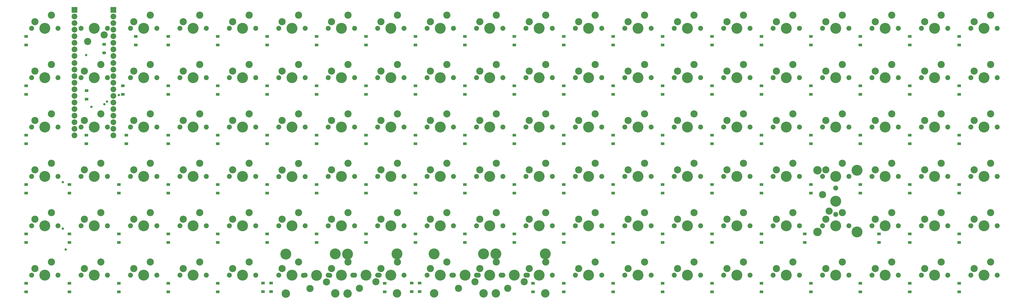
<source format=gbr>
G04 EAGLE Gerber RS-274X export*
G75*
%MOMM*%
%FSLAX34Y34*%
%LPD*%
%INSoldermask Bottom*%
%IPPOS*%
%AMOC8*
5,1,8,0,0,1.08239X$1,22.5*%
G01*
%ADD10C,4.203200*%
%ADD11C,1.903200*%
%ADD12C,2.743200*%
%ADD13R,1.423200X1.113200*%
%ADD14R,2.203200X2.203200*%
%ADD15C,2.203200*%
%ADD16C,3.253200*%
%ADD17C,0.959600*%


D10*
X190500Y1143000D03*
D11*
X139700Y1143000D03*
X241300Y1143000D03*
D12*
X152400Y1168400D03*
X215900Y1193800D03*
D10*
X381000Y1143000D03*
D11*
X431800Y1143000D03*
X330200Y1143000D03*
D12*
X419100Y1117600D03*
X355600Y1092200D03*
D10*
X571500Y1143000D03*
D11*
X520700Y1143000D03*
X622300Y1143000D03*
D12*
X533400Y1168400D03*
X596900Y1193800D03*
D10*
X762000Y1143000D03*
D11*
X711200Y1143000D03*
X812800Y1143000D03*
D12*
X723900Y1168400D03*
X787400Y1193800D03*
D10*
X952500Y1143000D03*
D11*
X901700Y1143000D03*
X1003300Y1143000D03*
D12*
X914400Y1168400D03*
X977900Y1193800D03*
D10*
X1143000Y1143000D03*
D11*
X1092200Y1143000D03*
X1193800Y1143000D03*
D12*
X1104900Y1168400D03*
X1168400Y1193800D03*
D10*
X1333500Y1143000D03*
D11*
X1282700Y1143000D03*
X1384300Y1143000D03*
D12*
X1295400Y1168400D03*
X1358900Y1193800D03*
D10*
X1524000Y1143000D03*
D11*
X1473200Y1143000D03*
X1574800Y1143000D03*
D12*
X1485900Y1168400D03*
X1549400Y1193800D03*
D10*
X1714500Y1143000D03*
D11*
X1663700Y1143000D03*
X1765300Y1143000D03*
D12*
X1676400Y1168400D03*
X1739900Y1193800D03*
D10*
X1905000Y1143000D03*
D11*
X1854200Y1143000D03*
X1955800Y1143000D03*
D12*
X1866900Y1168400D03*
X1930400Y1193800D03*
D10*
X2095500Y1143000D03*
D11*
X2044700Y1143000D03*
X2146300Y1143000D03*
D12*
X2057400Y1168400D03*
X2120900Y1193800D03*
D10*
X2286000Y1143000D03*
D11*
X2235200Y1143000D03*
X2336800Y1143000D03*
D12*
X2247900Y1168400D03*
X2311400Y1193800D03*
D10*
X2476500Y1143000D03*
D11*
X2425700Y1143000D03*
X2527300Y1143000D03*
D12*
X2438400Y1168400D03*
X2501900Y1193800D03*
D10*
X2667000Y1143000D03*
D11*
X2616200Y1143000D03*
X2717800Y1143000D03*
D12*
X2628900Y1168400D03*
X2692400Y1193800D03*
D10*
X2857500Y1143000D03*
D11*
X2806700Y1143000D03*
X2908300Y1143000D03*
D12*
X2819400Y1168400D03*
X2882900Y1193800D03*
D10*
X3048000Y1143000D03*
D11*
X2997200Y1143000D03*
X3098800Y1143000D03*
D12*
X3009900Y1168400D03*
X3073400Y1193800D03*
D10*
X3238500Y1143000D03*
D11*
X3187700Y1143000D03*
X3289300Y1143000D03*
D12*
X3200400Y1168400D03*
X3263900Y1193800D03*
D10*
X3429000Y1143000D03*
D11*
X3378200Y1143000D03*
X3479800Y1143000D03*
D12*
X3390900Y1168400D03*
X3454400Y1193800D03*
D10*
X3619500Y1143000D03*
D11*
X3568700Y1143000D03*
X3670300Y1143000D03*
D12*
X3581400Y1168400D03*
X3644900Y1193800D03*
D10*
X3810000Y1143000D03*
D11*
X3759200Y1143000D03*
X3860800Y1143000D03*
D12*
X3771900Y1168400D03*
X3835400Y1193800D03*
D10*
X190500Y952500D03*
D11*
X139700Y952500D03*
X241300Y952500D03*
D12*
X152400Y977900D03*
X215900Y1003300D03*
D10*
X381000Y952500D03*
D11*
X330200Y952500D03*
X431800Y952500D03*
D12*
X342900Y977900D03*
X406400Y1003300D03*
D10*
X571500Y952500D03*
D11*
X520700Y952500D03*
X622300Y952500D03*
D12*
X533400Y977900D03*
X596900Y1003300D03*
D10*
X762000Y952500D03*
D11*
X711200Y952500D03*
X812800Y952500D03*
D12*
X723900Y977900D03*
X787400Y1003300D03*
D10*
X952500Y952500D03*
D11*
X901700Y952500D03*
X1003300Y952500D03*
D12*
X914400Y977900D03*
X977900Y1003300D03*
D10*
X1143000Y952500D03*
D11*
X1092200Y952500D03*
X1193800Y952500D03*
D12*
X1104900Y977900D03*
X1168400Y1003300D03*
D10*
X1333500Y952500D03*
D11*
X1282700Y952500D03*
X1384300Y952500D03*
D12*
X1295400Y977900D03*
X1358900Y1003300D03*
D10*
X1524000Y952500D03*
D11*
X1473200Y952500D03*
X1574800Y952500D03*
D12*
X1485900Y977900D03*
X1549400Y1003300D03*
D10*
X1714500Y952500D03*
D11*
X1663700Y952500D03*
X1765300Y952500D03*
D12*
X1676400Y977900D03*
X1739900Y1003300D03*
D10*
X1905000Y952500D03*
D11*
X1854200Y952500D03*
X1955800Y952500D03*
D12*
X1866900Y977900D03*
X1930400Y1003300D03*
D10*
X2095500Y952500D03*
D11*
X2044700Y952500D03*
X2146300Y952500D03*
D12*
X2057400Y977900D03*
X2120900Y1003300D03*
D10*
X2286000Y952500D03*
D11*
X2235200Y952500D03*
X2336800Y952500D03*
D12*
X2247900Y977900D03*
X2311400Y1003300D03*
D10*
X2476500Y952500D03*
D11*
X2425700Y952500D03*
X2527300Y952500D03*
D12*
X2438400Y977900D03*
X2501900Y1003300D03*
D10*
X2667000Y952500D03*
D11*
X2616200Y952500D03*
X2717800Y952500D03*
D12*
X2628900Y977900D03*
X2692400Y1003300D03*
D10*
X2857500Y952500D03*
D11*
X2806700Y952500D03*
X2908300Y952500D03*
D12*
X2819400Y977900D03*
X2882900Y1003300D03*
D10*
X3048000Y952500D03*
D11*
X2997200Y952500D03*
X3098800Y952500D03*
D12*
X3009900Y977900D03*
X3073400Y1003300D03*
D10*
X3238500Y952500D03*
D11*
X3187700Y952500D03*
X3289300Y952500D03*
D12*
X3200400Y977900D03*
X3263900Y1003300D03*
D10*
X3429000Y952500D03*
D11*
X3378200Y952500D03*
X3479800Y952500D03*
D12*
X3390900Y977900D03*
X3454400Y1003300D03*
D10*
X3619500Y952500D03*
D11*
X3568700Y952500D03*
X3670300Y952500D03*
D12*
X3581400Y977900D03*
X3644900Y1003300D03*
D10*
X3810000Y952500D03*
D11*
X3759200Y952500D03*
X3860800Y952500D03*
D12*
X3771900Y977900D03*
X3835400Y1003300D03*
D10*
X190500Y762000D03*
D11*
X139700Y762000D03*
X241300Y762000D03*
D12*
X152400Y787400D03*
X215900Y812800D03*
D10*
X381000Y762000D03*
D11*
X330200Y762000D03*
X431800Y762000D03*
D12*
X342900Y787400D03*
X406400Y812800D03*
D10*
X571500Y762000D03*
D11*
X520700Y762000D03*
X622300Y762000D03*
D12*
X533400Y787400D03*
X596900Y812800D03*
D10*
X762000Y762000D03*
D11*
X711200Y762000D03*
X812800Y762000D03*
D12*
X723900Y787400D03*
X787400Y812800D03*
D10*
X952500Y762000D03*
D11*
X901700Y762000D03*
X1003300Y762000D03*
D12*
X914400Y787400D03*
X977900Y812800D03*
D10*
X1143000Y762000D03*
D11*
X1092200Y762000D03*
X1193800Y762000D03*
D12*
X1104900Y787400D03*
X1168400Y812800D03*
D10*
X1333500Y762000D03*
D11*
X1282700Y762000D03*
X1384300Y762000D03*
D12*
X1295400Y787400D03*
X1358900Y812800D03*
D10*
X1524000Y762000D03*
D11*
X1473200Y762000D03*
X1574800Y762000D03*
D12*
X1485900Y787400D03*
X1549400Y812800D03*
D10*
X1714500Y762000D03*
D11*
X1663700Y762000D03*
X1765300Y762000D03*
D12*
X1676400Y787400D03*
X1739900Y812800D03*
D10*
X1905000Y762000D03*
D11*
X1854200Y762000D03*
X1955800Y762000D03*
D12*
X1866900Y787400D03*
X1930400Y812800D03*
D10*
X2095500Y762000D03*
D11*
X2044700Y762000D03*
X2146300Y762000D03*
D12*
X2057400Y787400D03*
X2120900Y812800D03*
D10*
X2286000Y762000D03*
D11*
X2235200Y762000D03*
X2336800Y762000D03*
D12*
X2247900Y787400D03*
X2311400Y812800D03*
D10*
X2476500Y762000D03*
D11*
X2425700Y762000D03*
X2527300Y762000D03*
D12*
X2438400Y787400D03*
X2501900Y812800D03*
D10*
X2667000Y762000D03*
D11*
X2616200Y762000D03*
X2717800Y762000D03*
D12*
X2628900Y787400D03*
X2692400Y812800D03*
D10*
X2857500Y762000D03*
D11*
X2806700Y762000D03*
X2908300Y762000D03*
D12*
X2819400Y787400D03*
X2882900Y812800D03*
D10*
X3048000Y762000D03*
D11*
X2997200Y762000D03*
X3098800Y762000D03*
D12*
X3009900Y787400D03*
X3073400Y812800D03*
D10*
X3238500Y762000D03*
D11*
X3187700Y762000D03*
X3289300Y762000D03*
D12*
X3200400Y787400D03*
X3263900Y812800D03*
D10*
X3429000Y762000D03*
D11*
X3378200Y762000D03*
X3479800Y762000D03*
D12*
X3390900Y787400D03*
X3454400Y812800D03*
D10*
X3619500Y762000D03*
D11*
X3568700Y762000D03*
X3670300Y762000D03*
D12*
X3581400Y787400D03*
X3644900Y812800D03*
D10*
X3810000Y762000D03*
D11*
X3759200Y762000D03*
X3860800Y762000D03*
D12*
X3771900Y787400D03*
X3835400Y812800D03*
D13*
X119063Y1079025D03*
X119063Y1111725D03*
X419498Y1048620D03*
X419498Y1081320D03*
X541250Y1079025D03*
X541250Y1111725D03*
X666750Y1079025D03*
X666750Y1111725D03*
X857250Y1079025D03*
X857250Y1111725D03*
X1047750Y1079025D03*
X1047750Y1111725D03*
X1238250Y1079025D03*
X1238250Y1111725D03*
X1428750Y1079025D03*
X1428750Y1111725D03*
X1619250Y1079025D03*
X1619250Y1111725D03*
X1809750Y1079025D03*
X1809750Y1111725D03*
X2000250Y1079025D03*
X2000250Y1111725D03*
X2190750Y1079025D03*
X2190750Y1111725D03*
X2381250Y1079025D03*
X2381250Y1111725D03*
X2571750Y1079025D03*
X2571750Y1111725D03*
X2762250Y1079025D03*
X2762250Y1111725D03*
X2952750Y1079025D03*
X2952750Y1111725D03*
X3143250Y1079025D03*
X3143250Y1111725D03*
X3333750Y1079025D03*
X3333750Y1111725D03*
X3524250Y1079025D03*
X3524250Y1111725D03*
X3714750Y1079025D03*
X3714750Y1111725D03*
X119063Y888525D03*
X119063Y921225D03*
X351723Y870023D03*
X351723Y902723D03*
X491250Y888525D03*
X491250Y921225D03*
X666750Y888525D03*
X666750Y921225D03*
X857250Y888525D03*
X857250Y921225D03*
X1047750Y888525D03*
X1047750Y921225D03*
X1238250Y888525D03*
X1238250Y921225D03*
X1428750Y888525D03*
X1428750Y921225D03*
X1619250Y888525D03*
X1619250Y921225D03*
X1809750Y888525D03*
X1809750Y921225D03*
X2000250Y888525D03*
X2000250Y921225D03*
X2190750Y888525D03*
X2190750Y921225D03*
X2381250Y888525D03*
X2381250Y921225D03*
X2571750Y888525D03*
X2571750Y921225D03*
X2762250Y888525D03*
X2762250Y921225D03*
X2952750Y888525D03*
X2952750Y921225D03*
X3143250Y888525D03*
X3143250Y921225D03*
X3333750Y888525D03*
X3333750Y921225D03*
X3524250Y888525D03*
X3524250Y921225D03*
X3714750Y888525D03*
X3714750Y921225D03*
X119063Y698025D03*
X119063Y730725D03*
X350750Y698025D03*
X350750Y730725D03*
X504851Y698025D03*
X504851Y730725D03*
X666750Y698025D03*
X666750Y730725D03*
X857250Y698025D03*
X857250Y730725D03*
X1047750Y698025D03*
X1047750Y730725D03*
X1238250Y698025D03*
X1238250Y730725D03*
X1428750Y698025D03*
X1428750Y730725D03*
X1619250Y698025D03*
X1619250Y730725D03*
X1809750Y698025D03*
X1809750Y730725D03*
X2000250Y698025D03*
X2000250Y730725D03*
X2190750Y698025D03*
X2190750Y730725D03*
X2381250Y698025D03*
X2381250Y730725D03*
X2571750Y698025D03*
X2571750Y730725D03*
X2762250Y698025D03*
X2762250Y730725D03*
X2952750Y698025D03*
X2952750Y730725D03*
X3143250Y698025D03*
X3143250Y730725D03*
X3333750Y698025D03*
X3333750Y730725D03*
X3524250Y698025D03*
X3524250Y730725D03*
X3714750Y698025D03*
X3714750Y730725D03*
D14*
X455000Y1213900D03*
D15*
X455000Y1188500D03*
X455000Y1163100D03*
X455000Y1137700D03*
X455000Y1112300D03*
X455000Y1086900D03*
X455000Y1061500D03*
X455000Y1036100D03*
D14*
X305000Y1213900D03*
D15*
X305000Y1188500D03*
X305000Y1163100D03*
X305000Y1137700D03*
X305000Y1112300D03*
X305000Y1086900D03*
X305000Y1061500D03*
X305000Y1036100D03*
X305000Y1009700D03*
X305000Y984300D03*
X305000Y958900D03*
X305000Y933500D03*
X305000Y908100D03*
X305000Y882700D03*
X305000Y857300D03*
X305000Y831900D03*
X305000Y806500D03*
X305000Y781100D03*
X305000Y755700D03*
X305000Y730300D03*
X455000Y1009700D03*
X455000Y984300D03*
X455000Y958900D03*
X455000Y933500D03*
X455000Y908100D03*
X455000Y882700D03*
X455000Y857300D03*
X455000Y831900D03*
X455000Y806500D03*
X455000Y781100D03*
X455000Y755700D03*
X455000Y730300D03*
D10*
X190500Y571500D03*
D11*
X139700Y571500D03*
X241300Y571500D03*
D12*
X152400Y596900D03*
X215900Y622300D03*
D10*
X381000Y571500D03*
D11*
X330200Y571500D03*
X431800Y571500D03*
D12*
X342900Y596900D03*
X406400Y622300D03*
D10*
X571500Y571500D03*
D11*
X520700Y571500D03*
X622300Y571500D03*
D12*
X533400Y596900D03*
X596900Y622300D03*
D10*
X762000Y571500D03*
D11*
X711200Y571500D03*
X812800Y571500D03*
D12*
X723900Y596900D03*
X787400Y622300D03*
D10*
X952500Y571500D03*
D11*
X901700Y571500D03*
X1003300Y571500D03*
D12*
X914400Y596900D03*
X977900Y622300D03*
D10*
X1143000Y571000D03*
D11*
X1092200Y571000D03*
X1193800Y571000D03*
D12*
X1104900Y596400D03*
X1168400Y621800D03*
D10*
X1333500Y571500D03*
D11*
X1282700Y571500D03*
X1384300Y571500D03*
D12*
X1295400Y596900D03*
X1358900Y622300D03*
D10*
X1524000Y571500D03*
D11*
X1473200Y571500D03*
X1574800Y571500D03*
D12*
X1485900Y596900D03*
X1549400Y622300D03*
D10*
X1714500Y571500D03*
D11*
X1663700Y571500D03*
X1765300Y571500D03*
D12*
X1676400Y596900D03*
X1739900Y622300D03*
D10*
X1905000Y571500D03*
D11*
X1854200Y571500D03*
X1955800Y571500D03*
D12*
X1866900Y596900D03*
X1930400Y622300D03*
D10*
X2095500Y571500D03*
D11*
X2044700Y571500D03*
X2146300Y571500D03*
D12*
X2057400Y596900D03*
X2120900Y622300D03*
D10*
X2286000Y571500D03*
D11*
X2235200Y571500D03*
X2336800Y571500D03*
D12*
X2247900Y596900D03*
X2311400Y622300D03*
D10*
X2476500Y571500D03*
D11*
X2425700Y571500D03*
X2527300Y571500D03*
D12*
X2438400Y596900D03*
X2501900Y622300D03*
D10*
X2667000Y571500D03*
D11*
X2616200Y571500D03*
X2717800Y571500D03*
D12*
X2628900Y596900D03*
X2692400Y622300D03*
D10*
X2857500Y571500D03*
D11*
X2806700Y571500D03*
X2908300Y571500D03*
D12*
X2819400Y596900D03*
X2882900Y622300D03*
D10*
X3048000Y571500D03*
D11*
X2997200Y571500D03*
X3098800Y571500D03*
D12*
X3009900Y596900D03*
X3073400Y622300D03*
D10*
X3238500Y571500D03*
D11*
X3187700Y571500D03*
X3289300Y571500D03*
D12*
X3200400Y596900D03*
X3263900Y622300D03*
D10*
X3429000Y571500D03*
D11*
X3378200Y571500D03*
X3479800Y571500D03*
D12*
X3390900Y596900D03*
X3454400Y622300D03*
D10*
X3619500Y571500D03*
D11*
X3568700Y571500D03*
X3670300Y571500D03*
D12*
X3581400Y596900D03*
X3644900Y622300D03*
D10*
X3810000Y571500D03*
D11*
X3759200Y571500D03*
X3860800Y571500D03*
D12*
X3771900Y596900D03*
X3835400Y622300D03*
D13*
X119063Y507525D03*
X119063Y540225D03*
X285750Y507525D03*
X285750Y540225D03*
X476250Y507525D03*
X476250Y540225D03*
X666750Y507525D03*
X666750Y540225D03*
X857250Y507525D03*
X857250Y540225D03*
X1047750Y507525D03*
X1047750Y540225D03*
X1238250Y507525D03*
X1238250Y540225D03*
X1428750Y507525D03*
X1428750Y540225D03*
X1619250Y507525D03*
X1619250Y540225D03*
X1809750Y507525D03*
X1809750Y540225D03*
X2000250Y507525D03*
X2000250Y540225D03*
X2190750Y507525D03*
X2190750Y540225D03*
X2381250Y507525D03*
X2381250Y540225D03*
X2571750Y507525D03*
X2571750Y540225D03*
X2762250Y507525D03*
X2762250Y540225D03*
X2952750Y507525D03*
X2952750Y540225D03*
X3143250Y507525D03*
X3143250Y540225D03*
X3333750Y507525D03*
X3333750Y540225D03*
X3524250Y507525D03*
X3524250Y540225D03*
X3714750Y507525D03*
X3714750Y540225D03*
D10*
X190500Y381000D03*
D11*
X139700Y381000D03*
X241300Y381000D03*
D12*
X152400Y406400D03*
X215900Y431800D03*
D10*
X381000Y381000D03*
D11*
X330200Y381000D03*
X431800Y381000D03*
D12*
X342900Y406400D03*
X406400Y431800D03*
D10*
X571500Y381000D03*
D11*
X520700Y381000D03*
X622300Y381000D03*
D12*
X533400Y406400D03*
X596900Y431800D03*
D10*
X762000Y381000D03*
D11*
X711200Y381000D03*
X812800Y381000D03*
D12*
X723900Y406400D03*
X787400Y431800D03*
D10*
X952500Y381000D03*
D11*
X901700Y381000D03*
X1003300Y381000D03*
D12*
X914400Y406400D03*
X977900Y431800D03*
D10*
X1143000Y381500D03*
D11*
X1092200Y381500D03*
X1193800Y381500D03*
D12*
X1104900Y406900D03*
X1168400Y432300D03*
D10*
X1333500Y381000D03*
D11*
X1282700Y381000D03*
X1384300Y381000D03*
D12*
X1295400Y406400D03*
X1358900Y431800D03*
D10*
X1524000Y381000D03*
D11*
X1473200Y381000D03*
X1574800Y381000D03*
D12*
X1485900Y406400D03*
X1549400Y431800D03*
D10*
X1714500Y381000D03*
D11*
X1663700Y381000D03*
X1765300Y381000D03*
D12*
X1676400Y406400D03*
X1739900Y431800D03*
D10*
X1905000Y381000D03*
D11*
X1854200Y381000D03*
X1955800Y381000D03*
D12*
X1866900Y406400D03*
X1930400Y431800D03*
D10*
X2095500Y381000D03*
D11*
X2044700Y381000D03*
X2146300Y381000D03*
D12*
X2057400Y406400D03*
X2120900Y431800D03*
D10*
X2286000Y381000D03*
D11*
X2235200Y381000D03*
X2336800Y381000D03*
D12*
X2247900Y406400D03*
X2311400Y431800D03*
D10*
X2476500Y381000D03*
D11*
X2425700Y381000D03*
X2527300Y381000D03*
D12*
X2438400Y406400D03*
X2501900Y431800D03*
D10*
X2667000Y381000D03*
D11*
X2616200Y381000D03*
X2717800Y381000D03*
D12*
X2628900Y406400D03*
X2692400Y431800D03*
D10*
X2857500Y381000D03*
D11*
X2806700Y381000D03*
X2908300Y381000D03*
D12*
X2819400Y406400D03*
X2882900Y431800D03*
D10*
X3048000Y381000D03*
D11*
X2997200Y381000D03*
X3098800Y381000D03*
D12*
X3009900Y406400D03*
X3073400Y431800D03*
D10*
X3238500Y381000D03*
D11*
X3187700Y381000D03*
X3289300Y381000D03*
D12*
X3200400Y406400D03*
X3263900Y431800D03*
D10*
X3429000Y381000D03*
D11*
X3378200Y381000D03*
X3479800Y381000D03*
D12*
X3390900Y406400D03*
X3454400Y431800D03*
D10*
X3619500Y381000D03*
D11*
X3568700Y381000D03*
X3670300Y381000D03*
D12*
X3581400Y406400D03*
X3644900Y431800D03*
D10*
X3810000Y381000D03*
D11*
X3759200Y381000D03*
X3860800Y381000D03*
D12*
X3771900Y406400D03*
X3835400Y431800D03*
D13*
X119063Y317025D03*
X119063Y349725D03*
X285750Y317025D03*
X285750Y349725D03*
X476250Y317025D03*
X476250Y349725D03*
X666750Y317025D03*
X666750Y349725D03*
X857250Y317025D03*
X857250Y349725D03*
X1047750Y317025D03*
X1047750Y349725D03*
X1238250Y317025D03*
X1238250Y349725D03*
X1428750Y317025D03*
X1428750Y349725D03*
X1619250Y317025D03*
X1619250Y349725D03*
X1809750Y317025D03*
X1809750Y349725D03*
X2000250Y317025D03*
X2000250Y349725D03*
X2190750Y317025D03*
X2190750Y349725D03*
X2381250Y317025D03*
X2381250Y349725D03*
X2571750Y317025D03*
X2571750Y349725D03*
X2762250Y317025D03*
X2762250Y349725D03*
X2952750Y317025D03*
X2952750Y349725D03*
X3119438Y317025D03*
X3119438Y349725D03*
X3405188Y317025D03*
X3405188Y349725D03*
X3524250Y317025D03*
X3524250Y349725D03*
X3714750Y317025D03*
X3714750Y349725D03*
D10*
X190500Y190500D03*
D11*
X139700Y190500D03*
X241300Y190500D03*
D12*
X152400Y215900D03*
X215900Y241300D03*
D10*
X381000Y190500D03*
D11*
X330200Y190500D03*
X431800Y190500D03*
D12*
X342900Y215900D03*
X406400Y241300D03*
D10*
X571500Y190500D03*
D11*
X520700Y190500D03*
X622300Y190500D03*
D12*
X533400Y215900D03*
X596900Y241300D03*
D10*
X762000Y190500D03*
D11*
X711200Y190500D03*
X812800Y190500D03*
D12*
X723900Y215900D03*
X787400Y241300D03*
D10*
X952500Y190500D03*
D11*
X901700Y190500D03*
X1003300Y190500D03*
D12*
X914400Y215900D03*
X977900Y241300D03*
D10*
X1143000Y190500D03*
D11*
X1092200Y190500D03*
X1193800Y190500D03*
D12*
X1104900Y215900D03*
X1168400Y241300D03*
D10*
X1333500Y190500D03*
D11*
X1282700Y190500D03*
X1384300Y190500D03*
D12*
X1295400Y215900D03*
X1358900Y241300D03*
D10*
X1524000Y190500D03*
D11*
X1473200Y190500D03*
X1574800Y190500D03*
D12*
X1485900Y215900D03*
X1549400Y241300D03*
D10*
X1714500Y190500D03*
D11*
X1663700Y190500D03*
X1765300Y190500D03*
D12*
X1676400Y215900D03*
X1739900Y241300D03*
D10*
X1905000Y190500D03*
D11*
X1854200Y190500D03*
X1955800Y190500D03*
D12*
X1866900Y215900D03*
X1930400Y241300D03*
D10*
X2095500Y190500D03*
D11*
X2044700Y190500D03*
X2146300Y190500D03*
D12*
X2057400Y215900D03*
X2120900Y241300D03*
D10*
X2286000Y190500D03*
D11*
X2235200Y190500D03*
X2336800Y190500D03*
D12*
X2247900Y215900D03*
X2311400Y241300D03*
D10*
X2476500Y190500D03*
D11*
X2425700Y190500D03*
X2527300Y190500D03*
D12*
X2438400Y215900D03*
X2501900Y241300D03*
D10*
X2667000Y190500D03*
D11*
X2616200Y190500D03*
X2717800Y190500D03*
D12*
X2628900Y215900D03*
X2692400Y241300D03*
D10*
X2857500Y190500D03*
D11*
X2806700Y190500D03*
X2908300Y190500D03*
D12*
X2819400Y215900D03*
X2882900Y241300D03*
D10*
X3048000Y190500D03*
D11*
X2997200Y190500D03*
X3098800Y190500D03*
D12*
X3009900Y215900D03*
X3073400Y241300D03*
D10*
X3238500Y190500D03*
D11*
X3187700Y190500D03*
X3289300Y190500D03*
D12*
X3200400Y215900D03*
X3263900Y241300D03*
D10*
X3429000Y190500D03*
D11*
X3378200Y190500D03*
X3479800Y190500D03*
D12*
X3390900Y215900D03*
X3454400Y241300D03*
D10*
X3619500Y190500D03*
D11*
X3568700Y190500D03*
X3670300Y190500D03*
D12*
X3581400Y215900D03*
X3644900Y241300D03*
D10*
X3810000Y190500D03*
D11*
X3759200Y190500D03*
X3860800Y190500D03*
D12*
X3771900Y215900D03*
X3835400Y241300D03*
D13*
X119063Y126525D03*
X119063Y159225D03*
X285750Y126525D03*
X285750Y159225D03*
X476250Y126525D03*
X476250Y159225D03*
X666750Y126525D03*
X666750Y159225D03*
X857250Y126525D03*
X857250Y159225D03*
X1062650Y127221D03*
X1062650Y159921D03*
X1031657Y127288D03*
X1031657Y159988D03*
X1500188Y126525D03*
X1500188Y159225D03*
X1635343Y127587D03*
X1635343Y160287D03*
X1604654Y127124D03*
X1604654Y159824D03*
X2071688Y126525D03*
X2071688Y159225D03*
X2190750Y126525D03*
X2190750Y159225D03*
X2381250Y126525D03*
X2381250Y159225D03*
X2571750Y126525D03*
X2571750Y159225D03*
X2762250Y126525D03*
X2762250Y159225D03*
X2952750Y126525D03*
X2952750Y159225D03*
X3143250Y126525D03*
X3143250Y159225D03*
X3333750Y126525D03*
X3333750Y159225D03*
X3524250Y126525D03*
X3524250Y159225D03*
X3714750Y126525D03*
X3714750Y159225D03*
D10*
X3238500Y476250D03*
D11*
X3238500Y425450D03*
X3238500Y527050D03*
D16*
X3168500Y357250D03*
X3168500Y595250D03*
D10*
X3320900Y357250D03*
X3320900Y595250D03*
D12*
X3213100Y438150D03*
X3187700Y501650D03*
D10*
X1428750Y190500D03*
D11*
X1479550Y190500D03*
X1377950Y190500D03*
D16*
X1547750Y120500D03*
X1309750Y120500D03*
D10*
X1547750Y272900D03*
X1309750Y272900D03*
D12*
X1466850Y165100D03*
X1403350Y139700D03*
D10*
X2000250Y190500D03*
D11*
X2051050Y190500D03*
X1949450Y190500D03*
D16*
X2119250Y120500D03*
X1881250Y120500D03*
D10*
X2119250Y272900D03*
X1881250Y272900D03*
D12*
X2038350Y165100D03*
X1974850Y139700D03*
D10*
X1238186Y189837D03*
D11*
X1288986Y189837D03*
X1187386Y189837D03*
D16*
X1357186Y119837D03*
X1119186Y119837D03*
D10*
X1357186Y272237D03*
X1119186Y272237D03*
D12*
X1276286Y164437D03*
X1212786Y139037D03*
D10*
X1810214Y190518D03*
D11*
X1861014Y190518D03*
X1759414Y190518D03*
D16*
X1929214Y120518D03*
X1691214Y120518D03*
D10*
X1929214Y272918D03*
X1691214Y272918D03*
D12*
X1848314Y165118D03*
X1784814Y139718D03*
D17*
X350000Y1040000D03*
X260000Y550000D03*
X260000Y370000D03*
X271252Y289832D03*
X370000Y840000D03*
X430000Y860000D03*
X475848Y885818D03*
X420000Y850000D03*
M02*

</source>
